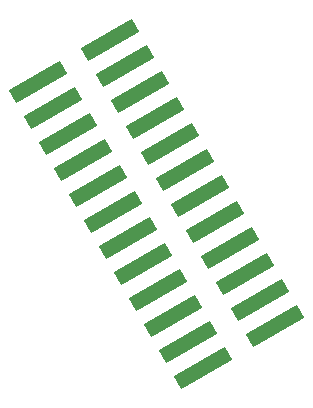
<source format=gbs>
%TF.GenerationSoftware,KiCad,Pcbnew,8.0.8*%
%TF.CreationDate,2025-03-26T11:08:01-07:00*%
%TF.ProjectId,led_mapper_850_mirrored,6c65645f-6d61-4707-9065-725f3835305f,rev?*%
%TF.SameCoordinates,Original*%
%TF.FileFunction,Soldermask,Bot*%
%TF.FilePolarity,Negative*%
%FSLAX46Y46*%
G04 Gerber Fmt 4.6, Leading zero omitted, Abs format (unit mm)*
G04 Created by KiCad (PCBNEW 8.0.8) date 2025-03-26 11:08:01*
%MOMM*%
%LPD*%
G01*
G04 APERTURE LIST*
G04 Aperture macros list*
%AMRotRect*
0 Rectangle, with rotation*
0 The origin of the aperture is its center*
0 $1 length*
0 $2 width*
0 $3 Rotation angle, in degrees counterclockwise*
0 Add horizontal line*
21,1,$1,$2,0,0,$3*%
G04 Aperture macros list end*
%ADD10RotRect,5.000000X1.270000X30.000000*%
G04 APERTURE END LIST*
D10*
%TO.C,J1*%
X-43346818Y-60718523D03*
X-44616819Y-58518817D03*
X-45886818Y-56319114D03*
X-47156818Y-54119409D03*
X-48426818Y-51919705D03*
X-49696818Y-49720000D03*
X-50966818Y-47520296D03*
X-52236818Y-45320591D03*
X-53506818Y-43120886D03*
X-54776818Y-40921182D03*
X-56046818Y-38721477D03*
X-57316818Y-36521773D03*
X-37250000Y-57198523D03*
X-38520000Y-54998819D03*
X-39790000Y-52799114D03*
X-41060000Y-50599410D03*
X-42330000Y-48399705D03*
X-43600000Y-46200000D03*
X-44870000Y-44000296D03*
X-46140000Y-41800591D03*
X-47410000Y-39600887D03*
X-48680000Y-37401182D03*
X-49949999Y-35201479D03*
X-51220000Y-33001773D03*
%TD*%
M02*

</source>
